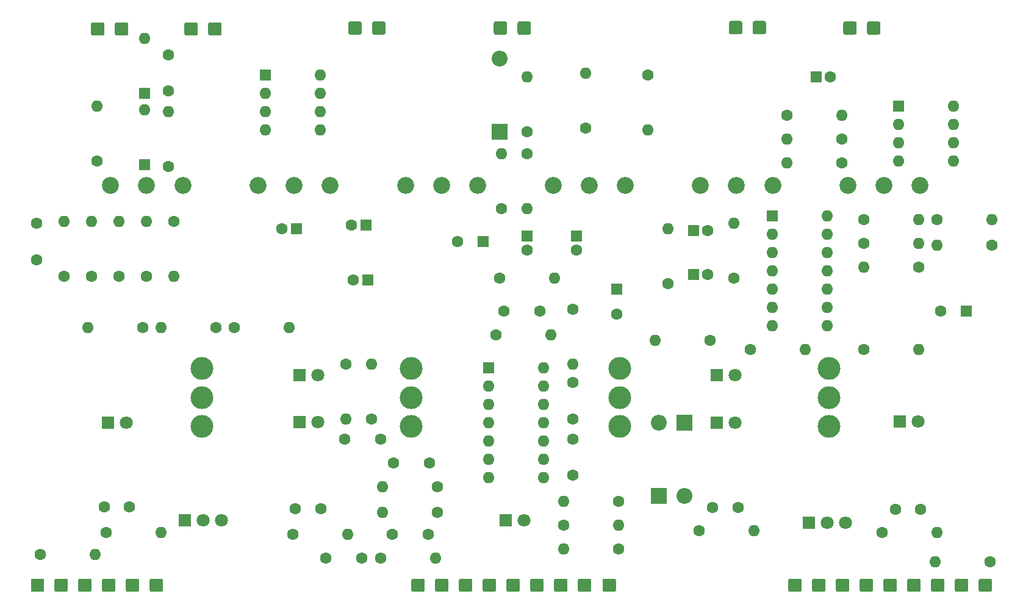
<source format=gbr>
G04 #@! TF.GenerationSoftware,KiCad,Pcbnew,5.1.7*
G04 #@! TF.CreationDate,2020-10-09T10:19:24+01:00*
G04 #@! TF.ProjectId,Phaser,50686173-6572-42e6-9b69-6361645f7063,V2.0*
G04 #@! TF.SameCoordinates,Original*
G04 #@! TF.FileFunction,Soldermask,Bot*
G04 #@! TF.FilePolarity,Negative*
%FSLAX46Y46*%
G04 Gerber Fmt 4.6, Leading zero omitted, Abs format (unit mm)*
G04 Created by KiCad (PCBNEW 5.1.7) date 2020-10-09 10:19:24*
%MOMM*%
%LPD*%
G01*
G04 APERTURE LIST*
%ADD10C,1.600000*%
%ADD11O,1.600000X1.600000*%
%ADD12C,3.166800*%
%ADD13C,2.340000*%
%ADD14R,1.600000X1.600000*%
%ADD15R,2.200000X2.200000*%
%ADD16O,2.200000X2.200000*%
%ADD17R,1.800000X1.800000*%
%ADD18C,1.800000*%
G04 APERTURE END LIST*
D10*
X66040000Y-114300000D03*
D11*
X73660000Y-114300000D03*
D12*
X88532140Y-96557600D03*
X88532140Y-92557600D03*
X88532140Y-88557600D03*
D13*
X75826620Y-63145080D03*
X80826620Y-63145080D03*
X85826620Y-63145080D03*
D10*
X65532000Y-73406000D03*
X65532000Y-68406000D03*
D14*
X127508000Y-70866000D03*
D10*
X124008000Y-70866000D03*
X140462000Y-72104000D03*
D14*
X140462000Y-70104000D03*
D10*
X83820000Y-44958000D03*
X83820000Y-49958000D03*
D14*
X133604000Y-70104000D03*
D10*
X133604000Y-72104000D03*
X158718000Y-69342000D03*
D14*
X156718000Y-69342000D03*
X156718000Y-75438000D03*
D10*
X158718000Y-75438000D03*
X108284000Y-98298000D03*
X113284000Y-98298000D03*
D14*
X146050000Y-77470000D03*
D10*
X146050000Y-80970000D03*
X191064000Y-80518000D03*
D14*
X194564000Y-80518000D03*
X111506000Y-76200000D03*
D10*
X109506000Y-76200000D03*
X109252000Y-68580000D03*
D14*
X111252000Y-68580000D03*
D10*
X115062000Y-101600000D03*
X120062000Y-101600000D03*
X114888000Y-111506000D03*
X119888000Y-111506000D03*
X139954000Y-98298000D03*
X139954000Y-103298000D03*
X175736000Y-48006000D03*
D14*
X173736000Y-48006000D03*
D10*
X139954000Y-90504000D03*
X139954000Y-95504000D03*
X110664000Y-114808000D03*
X105664000Y-114808000D03*
X135382000Y-80518000D03*
X130382000Y-80518000D03*
D14*
X101600000Y-69088000D03*
D10*
X99600000Y-69088000D03*
D15*
X129794000Y-55626000D03*
D16*
X129794000Y-45466000D03*
D11*
X80518000Y-52578000D03*
D14*
X80518000Y-60198000D03*
X80518000Y-50292000D03*
D11*
X80518000Y-42672000D03*
D17*
X159966620Y-89473700D03*
D18*
X162506620Y-89473700D03*
X104551440Y-89476240D03*
D17*
X102011440Y-89476240D03*
D15*
X155448000Y-96012000D03*
D16*
X155448000Y-106172000D03*
X151892000Y-96012000D03*
D15*
X151892000Y-106172000D03*
D17*
X130649100Y-109593380D03*
D18*
X133189100Y-109593380D03*
D17*
X172757660Y-109951180D03*
D18*
X175297660Y-109951180D03*
X177837660Y-109951180D03*
X91234700Y-109590840D03*
X88694700Y-109590840D03*
D17*
X86154700Y-109590840D03*
D18*
X104559100Y-95978980D03*
D17*
X102019100Y-95978980D03*
X75438000Y-96012000D03*
D18*
X77978000Y-96012000D03*
D17*
X185385320Y-95900380D03*
D18*
X187925320Y-95900380D03*
X162506660Y-96014540D03*
D17*
X159966660Y-96014540D03*
G36*
G01*
X128996000Y-41950001D02*
X128996000Y-40599999D01*
G75*
G02*
X129245999Y-40350000I249999J0D01*
G01*
X130596001Y-40350000D01*
G75*
G02*
X130846000Y-40599999I0J-249999D01*
G01*
X130846000Y-41950001D01*
G75*
G02*
X130596001Y-42200000I-249999J0D01*
G01*
X129245999Y-42200000D01*
G75*
G02*
X128996000Y-41950001I0J249999D01*
G01*
G37*
G36*
G01*
X73116000Y-42077001D02*
X73116000Y-40726999D01*
G75*
G02*
X73365999Y-40477000I249999J0D01*
G01*
X74716001Y-40477000D01*
G75*
G02*
X74966000Y-40726999I0J-249999D01*
G01*
X74966000Y-42077001D01*
G75*
G02*
X74716001Y-42327000I-249999J0D01*
G01*
X73365999Y-42327000D01*
G75*
G02*
X73116000Y-42077001I0J249999D01*
G01*
G37*
G36*
G01*
X76418000Y-42077001D02*
X76418000Y-40726999D01*
G75*
G02*
X76667999Y-40477000I249999J0D01*
G01*
X78018001Y-40477000D01*
G75*
G02*
X78268000Y-40726999I0J-249999D01*
G01*
X78268000Y-42077001D01*
G75*
G02*
X78018001Y-42327000I-249999J0D01*
G01*
X76667999Y-42327000D01*
G75*
G02*
X76418000Y-42077001I0J249999D01*
G01*
G37*
G36*
G01*
X169890000Y-119293001D02*
X169890000Y-117942999D01*
G75*
G02*
X170139999Y-117693000I249999J0D01*
G01*
X171490001Y-117693000D01*
G75*
G02*
X171740000Y-117942999I0J-249999D01*
G01*
X171740000Y-119293001D01*
G75*
G02*
X171490001Y-119543000I-249999J0D01*
G01*
X170139999Y-119543000D01*
G75*
G02*
X169890000Y-119293001I0J249999D01*
G01*
G37*
G36*
G01*
X180812000Y-41950001D02*
X180812000Y-40599999D01*
G75*
G02*
X181061999Y-40350000I249999J0D01*
G01*
X182412001Y-40350000D01*
G75*
G02*
X182662000Y-40599999I0J-249999D01*
G01*
X182662000Y-41950001D01*
G75*
G02*
X182412001Y-42200000I-249999J0D01*
G01*
X181061999Y-42200000D01*
G75*
G02*
X180812000Y-41950001I0J249999D01*
G01*
G37*
G36*
G01*
X177510000Y-41950001D02*
X177510000Y-40599999D01*
G75*
G02*
X177759999Y-40350000I249999J0D01*
G01*
X179110001Y-40350000D01*
G75*
G02*
X179360000Y-40599999I0J-249999D01*
G01*
X179360000Y-41950001D01*
G75*
G02*
X179110001Y-42200000I-249999J0D01*
G01*
X177759999Y-42200000D01*
G75*
G02*
X177510000Y-41950001I0J249999D01*
G01*
G37*
G36*
G01*
X164937000Y-41900001D02*
X164937000Y-40549999D01*
G75*
G02*
X165186999Y-40300000I249999J0D01*
G01*
X166537001Y-40300000D01*
G75*
G02*
X166787000Y-40549999I0J-249999D01*
G01*
X166787000Y-41900001D01*
G75*
G02*
X166537001Y-42150000I-249999J0D01*
G01*
X165186999Y-42150000D01*
G75*
G02*
X164937000Y-41900001I0J249999D01*
G01*
G37*
G36*
G01*
X161635000Y-41900001D02*
X161635000Y-40549999D01*
G75*
G02*
X161884999Y-40300000I249999J0D01*
G01*
X163235001Y-40300000D01*
G75*
G02*
X163485000Y-40549999I0J-249999D01*
G01*
X163485000Y-41900001D01*
G75*
G02*
X163235001Y-42150000I-249999J0D01*
G01*
X161884999Y-42150000D01*
G75*
G02*
X161635000Y-41900001I0J249999D01*
G01*
G37*
G36*
G01*
X173192000Y-119293001D02*
X173192000Y-117942999D01*
G75*
G02*
X173441999Y-117693000I249999J0D01*
G01*
X174792001Y-117693000D01*
G75*
G02*
X175042000Y-117942999I0J-249999D01*
G01*
X175042000Y-119293001D01*
G75*
G02*
X174792001Y-119543000I-249999J0D01*
G01*
X173441999Y-119543000D01*
G75*
G02*
X173192000Y-119293001I0J249999D01*
G01*
G37*
G36*
G01*
X176494000Y-119293001D02*
X176494000Y-117942999D01*
G75*
G02*
X176743999Y-117693000I249999J0D01*
G01*
X178094001Y-117693000D01*
G75*
G02*
X178344000Y-117942999I0J-249999D01*
G01*
X178344000Y-119293001D01*
G75*
G02*
X178094001Y-119543000I-249999J0D01*
G01*
X176743999Y-119543000D01*
G75*
G02*
X176494000Y-119293001I0J249999D01*
G01*
G37*
G36*
G01*
X137378000Y-119293001D02*
X137378000Y-117942999D01*
G75*
G02*
X137627999Y-117693000I249999J0D01*
G01*
X138978001Y-117693000D01*
G75*
G02*
X139228000Y-117942999I0J-249999D01*
G01*
X139228000Y-119293001D01*
G75*
G02*
X138978001Y-119543000I-249999J0D01*
G01*
X137627999Y-119543000D01*
G75*
G02*
X137378000Y-119293001I0J249999D01*
G01*
G37*
G36*
G01*
X108803000Y-41950001D02*
X108803000Y-40599999D01*
G75*
G02*
X109052999Y-40350000I249999J0D01*
G01*
X110403001Y-40350000D01*
G75*
G02*
X110653000Y-40599999I0J-249999D01*
G01*
X110653000Y-41950001D01*
G75*
G02*
X110403001Y-42200000I-249999J0D01*
G01*
X109052999Y-42200000D01*
G75*
G02*
X108803000Y-41950001I0J249999D01*
G01*
G37*
G36*
G01*
X140680000Y-119293001D02*
X140680000Y-117942999D01*
G75*
G02*
X140929999Y-117693000I249999J0D01*
G01*
X142280001Y-117693000D01*
G75*
G02*
X142530000Y-117942999I0J-249999D01*
G01*
X142530000Y-119293001D01*
G75*
G02*
X142280001Y-119543000I-249999J0D01*
G01*
X140929999Y-119543000D01*
G75*
G02*
X140680000Y-119293001I0J249999D01*
G01*
G37*
G36*
G01*
X144109000Y-119293001D02*
X144109000Y-117942999D01*
G75*
G02*
X144358999Y-117693000I249999J0D01*
G01*
X145709001Y-117693000D01*
G75*
G02*
X145959000Y-117942999I0J-249999D01*
G01*
X145959000Y-119293001D01*
G75*
G02*
X145709001Y-119543000I-249999J0D01*
G01*
X144358999Y-119543000D01*
G75*
G02*
X144109000Y-119293001I0J249999D01*
G01*
G37*
G36*
G01*
X112105000Y-41950001D02*
X112105000Y-40599999D01*
G75*
G02*
X112354999Y-40350000I249999J0D01*
G01*
X113705001Y-40350000D01*
G75*
G02*
X113955000Y-40599999I0J-249999D01*
G01*
X113955000Y-41950001D01*
G75*
G02*
X113705001Y-42200000I-249999J0D01*
G01*
X112354999Y-42200000D01*
G75*
G02*
X112105000Y-41950001I0J249999D01*
G01*
G37*
G36*
G01*
X189702000Y-119293001D02*
X189702000Y-117942999D01*
G75*
G02*
X189951999Y-117693000I249999J0D01*
G01*
X191302001Y-117693000D01*
G75*
G02*
X191552000Y-117942999I0J-249999D01*
G01*
X191552000Y-119293001D01*
G75*
G02*
X191302001Y-119543000I-249999J0D01*
G01*
X189951999Y-119543000D01*
G75*
G02*
X189702000Y-119293001I0J249999D01*
G01*
G37*
G36*
G01*
X193004000Y-119293001D02*
X193004000Y-117942999D01*
G75*
G02*
X193253999Y-117693000I249999J0D01*
G01*
X194604001Y-117693000D01*
G75*
G02*
X194854000Y-117942999I0J-249999D01*
G01*
X194854000Y-119293001D01*
G75*
G02*
X194604001Y-119543000I-249999J0D01*
G01*
X193253999Y-119543000D01*
G75*
G02*
X193004000Y-119293001I0J249999D01*
G01*
G37*
G36*
G01*
X196306000Y-119293001D02*
X196306000Y-117942999D01*
G75*
G02*
X196555999Y-117693000I249999J0D01*
G01*
X197906001Y-117693000D01*
G75*
G02*
X198156000Y-117942999I0J-249999D01*
G01*
X198156000Y-119293001D01*
G75*
G02*
X197906001Y-119543000I-249999J0D01*
G01*
X196555999Y-119543000D01*
G75*
G02*
X196306000Y-119293001I0J249999D01*
G01*
G37*
G36*
G01*
X86070000Y-42077001D02*
X86070000Y-40726999D01*
G75*
G02*
X86319999Y-40477000I249999J0D01*
G01*
X87670001Y-40477000D01*
G75*
G02*
X87920000Y-40726999I0J-249999D01*
G01*
X87920000Y-42077001D01*
G75*
G02*
X87670001Y-42327000I-249999J0D01*
G01*
X86319999Y-42327000D01*
G75*
G02*
X86070000Y-42077001I0J249999D01*
G01*
G37*
G36*
G01*
X89372000Y-42077001D02*
X89372000Y-40726999D01*
G75*
G02*
X89621999Y-40477000I249999J0D01*
G01*
X90972001Y-40477000D01*
G75*
G02*
X91222000Y-40726999I0J-249999D01*
G01*
X91222000Y-42077001D01*
G75*
G02*
X90972001Y-42327000I-249999J0D01*
G01*
X89621999Y-42327000D01*
G75*
G02*
X89372000Y-42077001I0J249999D01*
G01*
G37*
G36*
G01*
X132298000Y-41950001D02*
X132298000Y-40599999D01*
G75*
G02*
X132547999Y-40350000I249999J0D01*
G01*
X133898001Y-40350000D01*
G75*
G02*
X134148000Y-40599999I0J-249999D01*
G01*
X134148000Y-41950001D01*
G75*
G02*
X133898001Y-42200000I-249999J0D01*
G01*
X132547999Y-42200000D01*
G75*
G02*
X132298000Y-41950001I0J249999D01*
G01*
G37*
G36*
G01*
X64746700Y-119293001D02*
X64746700Y-117942999D01*
G75*
G02*
X64996699Y-117693000I249999J0D01*
G01*
X66346701Y-117693000D01*
G75*
G02*
X66596700Y-117942999I0J-249999D01*
G01*
X66596700Y-119293001D01*
G75*
G02*
X66346701Y-119543000I-249999J0D01*
G01*
X64996699Y-119543000D01*
G75*
G02*
X64746700Y-119293001I0J249999D01*
G01*
G37*
G36*
G01*
X68036000Y-119293001D02*
X68036000Y-117942999D01*
G75*
G02*
X68285999Y-117693000I249999J0D01*
G01*
X69636001Y-117693000D01*
G75*
G02*
X69886000Y-117942999I0J-249999D01*
G01*
X69886000Y-119293001D01*
G75*
G02*
X69636001Y-119543000I-249999J0D01*
G01*
X68285999Y-119543000D01*
G75*
G02*
X68036000Y-119293001I0J249999D01*
G01*
G37*
G36*
G01*
X71338000Y-119293001D02*
X71338000Y-117942999D01*
G75*
G02*
X71587999Y-117693000I249999J0D01*
G01*
X72938001Y-117693000D01*
G75*
G02*
X73188000Y-117942999I0J-249999D01*
G01*
X73188000Y-119293001D01*
G75*
G02*
X72938001Y-119543000I-249999J0D01*
G01*
X71587999Y-119543000D01*
G75*
G02*
X71338000Y-119293001I0J249999D01*
G01*
G37*
G36*
G01*
X74640000Y-119293001D02*
X74640000Y-117942999D01*
G75*
G02*
X74889999Y-117693000I249999J0D01*
G01*
X76240001Y-117693000D01*
G75*
G02*
X76490000Y-117942999I0J-249999D01*
G01*
X76490000Y-119293001D01*
G75*
G02*
X76240001Y-119543000I-249999J0D01*
G01*
X74889999Y-119543000D01*
G75*
G02*
X74640000Y-119293001I0J249999D01*
G01*
G37*
G36*
G01*
X77942000Y-119293001D02*
X77942000Y-117942999D01*
G75*
G02*
X78191999Y-117693000I249999J0D01*
G01*
X79542001Y-117693000D01*
G75*
G02*
X79792000Y-117942999I0J-249999D01*
G01*
X79792000Y-119293001D01*
G75*
G02*
X79542001Y-119543000I-249999J0D01*
G01*
X78191999Y-119543000D01*
G75*
G02*
X77942000Y-119293001I0J249999D01*
G01*
G37*
G36*
G01*
X81244000Y-119293001D02*
X81244000Y-117942999D01*
G75*
G02*
X81493999Y-117693000I249999J0D01*
G01*
X82844001Y-117693000D01*
G75*
G02*
X83094000Y-117942999I0J-249999D01*
G01*
X83094000Y-119293001D01*
G75*
G02*
X82844001Y-119543000I-249999J0D01*
G01*
X81493999Y-119543000D01*
G75*
G02*
X81244000Y-119293001I0J249999D01*
G01*
G37*
G36*
G01*
X186400000Y-119293001D02*
X186400000Y-117942999D01*
G75*
G02*
X186649999Y-117693000I249999J0D01*
G01*
X188000001Y-117693000D01*
G75*
G02*
X188250000Y-117942999I0J-249999D01*
G01*
X188250000Y-119293001D01*
G75*
G02*
X188000001Y-119543000I-249999J0D01*
G01*
X186649999Y-119543000D01*
G75*
G02*
X186400000Y-119293001I0J249999D01*
G01*
G37*
G36*
G01*
X183098000Y-119293001D02*
X183098000Y-117942999D01*
G75*
G02*
X183347999Y-117693000I249999J0D01*
G01*
X184698001Y-117693000D01*
G75*
G02*
X184948000Y-117942999I0J-249999D01*
G01*
X184948000Y-119293001D01*
G75*
G02*
X184698001Y-119543000I-249999J0D01*
G01*
X183347999Y-119543000D01*
G75*
G02*
X183098000Y-119293001I0J249999D01*
G01*
G37*
G36*
G01*
X179796000Y-119293001D02*
X179796000Y-117942999D01*
G75*
G02*
X180045999Y-117693000I249999J0D01*
G01*
X181396001Y-117693000D01*
G75*
G02*
X181646000Y-117942999I0J-249999D01*
G01*
X181646000Y-119293001D01*
G75*
G02*
X181396001Y-119543000I-249999J0D01*
G01*
X180045999Y-119543000D01*
G75*
G02*
X179796000Y-119293001I0J249999D01*
G01*
G37*
G36*
G01*
X127472000Y-119293001D02*
X127472000Y-117942999D01*
G75*
G02*
X127721999Y-117693000I249999J0D01*
G01*
X129072001Y-117693000D01*
G75*
G02*
X129322000Y-117942999I0J-249999D01*
G01*
X129322000Y-119293001D01*
G75*
G02*
X129072001Y-119543000I-249999J0D01*
G01*
X127721999Y-119543000D01*
G75*
G02*
X127472000Y-119293001I0J249999D01*
G01*
G37*
G36*
G01*
X130774000Y-119293001D02*
X130774000Y-117942999D01*
G75*
G02*
X131023999Y-117693000I249999J0D01*
G01*
X132374001Y-117693000D01*
G75*
G02*
X132624000Y-117942999I0J-249999D01*
G01*
X132624000Y-119293001D01*
G75*
G02*
X132374001Y-119543000I-249999J0D01*
G01*
X131023999Y-119543000D01*
G75*
G02*
X130774000Y-119293001I0J249999D01*
G01*
G37*
G36*
G01*
X134076000Y-119293001D02*
X134076000Y-117942999D01*
G75*
G02*
X134325999Y-117693000I249999J0D01*
G01*
X135676001Y-117693000D01*
G75*
G02*
X135926000Y-117942999I0J-249999D01*
G01*
X135926000Y-119293001D01*
G75*
G02*
X135676001Y-119543000I-249999J0D01*
G01*
X134325999Y-119543000D01*
G75*
G02*
X134076000Y-119293001I0J249999D01*
G01*
G37*
G36*
G01*
X117566000Y-119293001D02*
X117566000Y-117942999D01*
G75*
G02*
X117815999Y-117693000I249999J0D01*
G01*
X119166001Y-117693000D01*
G75*
G02*
X119416000Y-117942999I0J-249999D01*
G01*
X119416000Y-119293001D01*
G75*
G02*
X119166001Y-119543000I-249999J0D01*
G01*
X117815999Y-119543000D01*
G75*
G02*
X117566000Y-119293001I0J249999D01*
G01*
G37*
G36*
G01*
X120868000Y-119293001D02*
X120868000Y-117942999D01*
G75*
G02*
X121117999Y-117693000I249999J0D01*
G01*
X122468001Y-117693000D01*
G75*
G02*
X122718000Y-117942999I0J-249999D01*
G01*
X122718000Y-119293001D01*
G75*
G02*
X122468001Y-119543000I-249999J0D01*
G01*
X121117999Y-119543000D01*
G75*
G02*
X120868000Y-119293001I0J249999D01*
G01*
G37*
G36*
G01*
X124170000Y-119293001D02*
X124170000Y-117942999D01*
G75*
G02*
X124419999Y-117693000I249999J0D01*
G01*
X125770001Y-117693000D01*
G75*
G02*
X126020000Y-117942999I0J-249999D01*
G01*
X126020000Y-119293001D01*
G75*
G02*
X125770001Y-119543000I-249999J0D01*
G01*
X124419999Y-119543000D01*
G75*
G02*
X124170000Y-119293001I0J249999D01*
G01*
G37*
D10*
X133604000Y-55626000D03*
D11*
X133604000Y-48006000D03*
D10*
X73914000Y-59690000D03*
D11*
X73914000Y-52070000D03*
D10*
X133604000Y-58674000D03*
D11*
X133604000Y-66294000D03*
D10*
X130048000Y-66294000D03*
D11*
X130048000Y-58674000D03*
X141732000Y-47498000D03*
D10*
X141732000Y-55118000D03*
X150368000Y-47752000D03*
D11*
X150368000Y-55372000D03*
X83820000Y-52832000D03*
D10*
X83820000Y-60452000D03*
D11*
X162306000Y-68326000D03*
D10*
X162306000Y-75946000D03*
D11*
X153162000Y-69088000D03*
D10*
X153162000Y-76708000D03*
X108458000Y-87884000D03*
D11*
X108458000Y-95504000D03*
D10*
X129794000Y-75946000D03*
D11*
X137414000Y-75946000D03*
X108712000Y-111506000D03*
D10*
X101092000Y-111506000D03*
D11*
X112014000Y-87884000D03*
D10*
X112014000Y-95504000D03*
D11*
X113538000Y-104902000D03*
D10*
X121158000Y-104902000D03*
X180340000Y-67818000D03*
D11*
X187960000Y-67818000D03*
D10*
X75184000Y-111252000D03*
D11*
X82804000Y-111252000D03*
D10*
X190500000Y-67818000D03*
D11*
X198120000Y-67818000D03*
X187960000Y-71120000D03*
D10*
X180340000Y-71120000D03*
X113284000Y-114808000D03*
D11*
X120904000Y-114808000D03*
X113538000Y-108458000D03*
D10*
X121158000Y-108458000D03*
D11*
X190500000Y-71374000D03*
D10*
X198120000Y-71374000D03*
D11*
X180340000Y-74422000D03*
D10*
X187960000Y-74422000D03*
D11*
X138684000Y-106934000D03*
D10*
X146304000Y-106934000D03*
X182880000Y-111252000D03*
D11*
X190500000Y-111252000D03*
D10*
X169672000Y-53340000D03*
D11*
X177292000Y-53340000D03*
D10*
X138684000Y-110236000D03*
D11*
X146304000Y-110236000D03*
D10*
X92964000Y-82804000D03*
D11*
X100584000Y-82804000D03*
X169672000Y-56642000D03*
D10*
X177292000Y-56642000D03*
D11*
X82804000Y-82804000D03*
D10*
X90424000Y-82804000D03*
D11*
X139954000Y-87884000D03*
D10*
X139954000Y-80264000D03*
X80264000Y-82804000D03*
D11*
X72644000Y-82804000D03*
D10*
X177292000Y-59944000D03*
D11*
X169672000Y-59944000D03*
X165100000Y-110998000D03*
D10*
X157480000Y-110998000D03*
D11*
X172212000Y-85852000D03*
D10*
X164592000Y-85852000D03*
X180340000Y-85852000D03*
D11*
X187960000Y-85852000D03*
D10*
X69342000Y-75692000D03*
D11*
X69342000Y-68072000D03*
X151384000Y-84582000D03*
D10*
X159004000Y-84582000D03*
D11*
X76962000Y-68072000D03*
D10*
X76962000Y-75692000D03*
X73152000Y-75692000D03*
D11*
X73152000Y-68072000D03*
X138684000Y-113538000D03*
D10*
X146304000Y-113538000D03*
D11*
X190246000Y-115316000D03*
D10*
X197866000Y-115316000D03*
D11*
X80772000Y-68072000D03*
D10*
X80772000Y-75692000D03*
X84582000Y-68072000D03*
D11*
X84582000Y-75692000D03*
D10*
X129286000Y-83820000D03*
D11*
X136906000Y-83820000D03*
D10*
X101473000Y-107950000D03*
X104973000Y-107950000D03*
X78430000Y-107777280D03*
X74930000Y-107777280D03*
X184730000Y-108100000D03*
X188230000Y-108100000D03*
X162885000Y-107861100D03*
X159385000Y-107861100D03*
D13*
X188173080Y-63157360D03*
X183173080Y-63157360D03*
X178173080Y-63157360D03*
X157698200Y-63154820D03*
X162698200Y-63154820D03*
X167698200Y-63154820D03*
X116768760Y-63149740D03*
X121768760Y-63149740D03*
X126768760Y-63149740D03*
X106296420Y-63144660D03*
X101296420Y-63144660D03*
X96296420Y-63144660D03*
X147236020Y-63154820D03*
X142236020Y-63154820D03*
X137236020Y-63154820D03*
D12*
X146502560Y-96552520D03*
X146502560Y-92552520D03*
X146502560Y-88552520D03*
X117526240Y-88557600D03*
X117526240Y-92557600D03*
X117526240Y-96557600D03*
X175514000Y-96557600D03*
X175514000Y-92557600D03*
X175514000Y-88557600D03*
D11*
X135890000Y-88392000D03*
X128270000Y-103632000D03*
X135890000Y-90932000D03*
X128270000Y-101092000D03*
X135890000Y-93472000D03*
X128270000Y-98552000D03*
X135890000Y-96012000D03*
X128270000Y-96012000D03*
X135890000Y-98552000D03*
X128270000Y-93472000D03*
X135890000Y-101092000D03*
X128270000Y-90932000D03*
X135890000Y-103632000D03*
D14*
X128270000Y-88392000D03*
X167640000Y-67310000D03*
D11*
X175260000Y-82550000D03*
X167640000Y-69850000D03*
X175260000Y-80010000D03*
X167640000Y-72390000D03*
X175260000Y-77470000D03*
X167640000Y-74930000D03*
X175260000Y-74930000D03*
X167640000Y-77470000D03*
X175260000Y-72390000D03*
X167640000Y-80010000D03*
X175260000Y-69850000D03*
X167640000Y-82550000D03*
X175260000Y-67310000D03*
X104902000Y-47752000D03*
X97282000Y-55372000D03*
X104902000Y-50292000D03*
X97282000Y-52832000D03*
X104902000Y-52832000D03*
X97282000Y-50292000D03*
X104902000Y-55372000D03*
D14*
X97282000Y-47752000D03*
X185166000Y-52070000D03*
D11*
X192786000Y-59690000D03*
X185166000Y-54610000D03*
X192786000Y-57150000D03*
X185166000Y-57150000D03*
X192786000Y-54610000D03*
X185166000Y-59690000D03*
X192786000Y-52070000D03*
M02*

</source>
